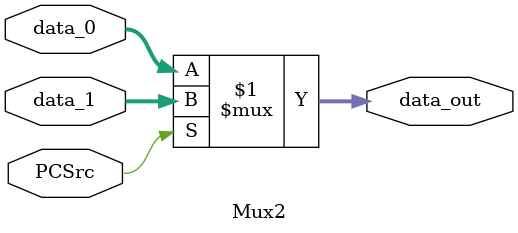
<source format=v>
module Mux2(data_out, data_0, data_1, PCSrc);

input 	[31:0] data_0;
input 	[31:0] data_1;
input	PCSrc;

output	[31:0] data_out;

assign  	data_out = (PCSrc)?	data_1 : data_0;

endmodule
</source>
